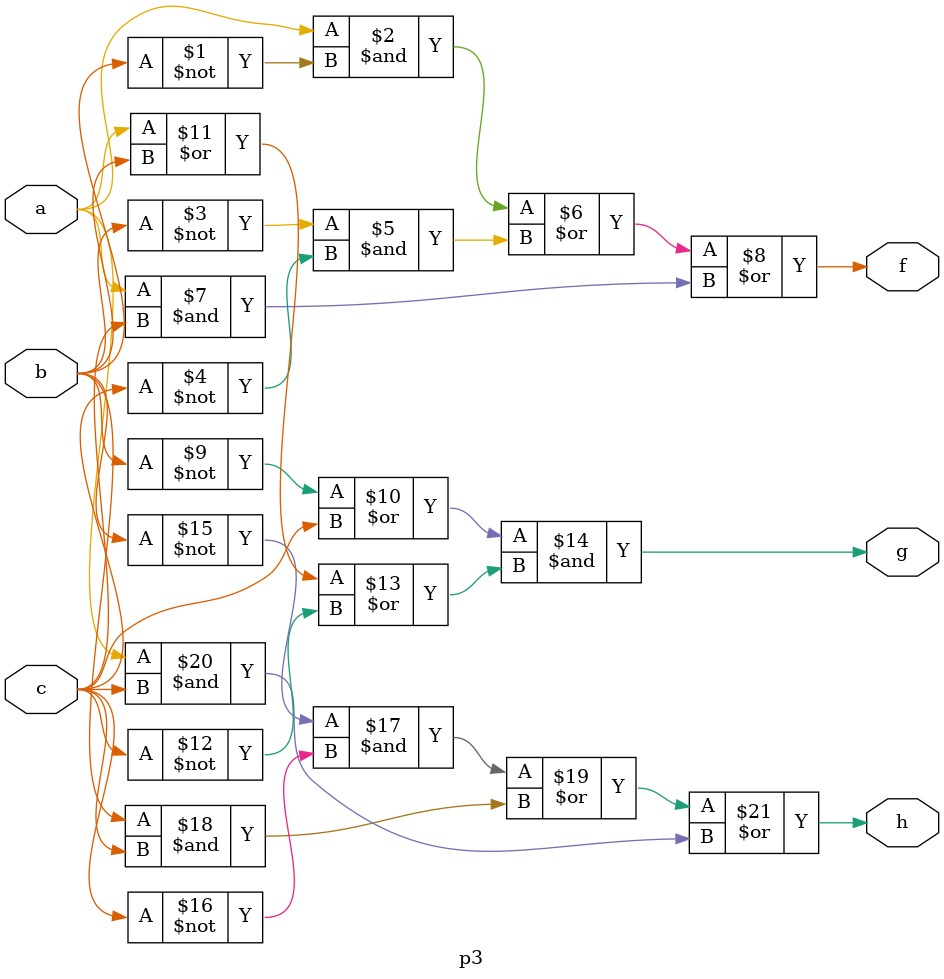
<source format=v>
/* Simulation to demonstrate whether
 * functions f,g,h are equal or not */
module p3(f,g,h,a,b,c);
    
    // Variable Declaration
    input a,b,c;
    output f,g,h;

    // Boolean Functions
    assign f = (a & ~b) | (~b & ~c) | (a & c);
    assign g = (~b | c) & (a | b | ~c);
    assign h = (~b & ~c) | (b & c) | (a & c);
endmodule
</source>
